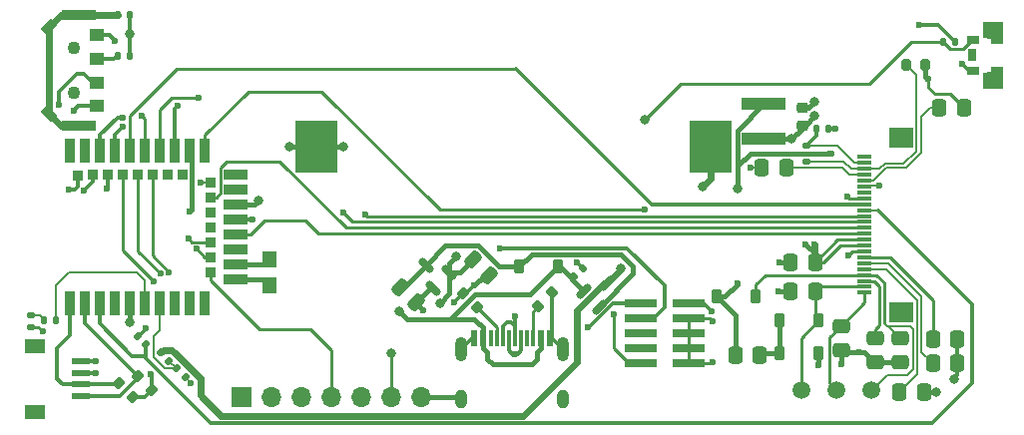
<source format=gbr>
%TF.GenerationSoftware,KiCad,Pcbnew,8.0.9-8.0.9-0~ubuntu22.04.1*%
%TF.CreationDate,2025-08-10T04:03:49+02:00*%
%TF.ProjectId,H-C3-ulp29,482d4333-2d75-46c7-9032-392e6b696361,rev?*%
%TF.SameCoordinates,Original*%
%TF.FileFunction,Copper,L1,Top*%
%TF.FilePolarity,Positive*%
%FSLAX46Y46*%
G04 Gerber Fmt 4.6, Leading zero omitted, Abs format (unit mm)*
G04 Created by KiCad (PCBNEW 8.0.9-8.0.9-0~ubuntu22.04.1) date 2025-08-10 04:03:49*
%MOMM*%
%LPD*%
G01*
G04 APERTURE LIST*
G04 Aperture macros list*
%AMRoundRect*
0 Rectangle with rounded corners*
0 $1 Rounding radius*
0 $2 $3 $4 $5 $6 $7 $8 $9 X,Y pos of 4 corners*
0 Add a 4 corners polygon primitive as box body*
4,1,4,$2,$3,$4,$5,$6,$7,$8,$9,$2,$3,0*
0 Add four circle primitives for the rounded corners*
1,1,$1+$1,$2,$3*
1,1,$1+$1,$4,$5*
1,1,$1+$1,$6,$7*
1,1,$1+$1,$8,$9*
0 Add four rect primitives between the rounded corners*
20,1,$1+$1,$2,$3,$4,$5,0*
20,1,$1+$1,$4,$5,$6,$7,0*
20,1,$1+$1,$6,$7,$8,$9,0*
20,1,$1+$1,$8,$9,$2,$3,0*%
%AMRotRect*
0 Rectangle, with rotation*
0 The origin of the aperture is its center*
0 $1 length*
0 $2 width*
0 $3 Rotation angle, in degrees counterclockwise*
0 Add horizontal line*
21,1,$1,$2,0,0,$3*%
%AMFreePoly0*
4,1,21,0.935355,1.185355,0.950000,1.150000,0.950000,0.250000,0.935355,0.214645,0.900000,0.200000,0.452741,0.200000,0.479746,0.140866,0.500000,0.000000,0.479746,-0.140866,0.450000,-0.206001,0.450000,-0.450000,0.435355,-0.485355,0.400000,-0.500000,-0.900000,-0.500000,-0.935355,-0.485355,-0.950000,-0.450000,-0.950000,1.150000,-0.935355,1.185355,-0.900000,1.200000,0.900000,1.200000,
0.935355,1.185355,0.935355,1.185355,$1*%
%AMFreePoly1*
4,1,21,0.935355,1.185355,0.950000,1.150000,0.950000,-0.450000,0.935355,-0.485355,0.900000,-0.500000,-0.400000,-0.500000,-0.435355,-0.485355,-0.450000,-0.450000,-0.450000,-0.206001,-0.479746,-0.140866,-0.500000,0.000000,-0.479746,0.140866,-0.452741,0.200000,-0.900000,0.200000,-0.935355,0.214645,-0.950000,0.250000,-0.950000,1.150000,-0.935355,1.185355,-0.900000,1.200000,0.900000,1.200000,
0.935355,1.185355,0.935355,1.185355,$1*%
G04 Aperture macros list end*
%TA.AperFunction,ComponentPad*%
%ADD10R,1.700000X1.700000*%
%TD*%
%TA.AperFunction,ComponentPad*%
%ADD11O,1.700000X1.700000*%
%TD*%
%TA.AperFunction,ComponentPad*%
%ADD12C,1.100000*%
%TD*%
%TA.AperFunction,SMDPad,CuDef*%
%ADD13R,1.300000X1.000000*%
%TD*%
%TA.AperFunction,SMDPad,CuDef*%
%ADD14R,3.000000X0.900000*%
%TD*%
%TA.AperFunction,SMDPad,CuDef*%
%ADD15RotRect,1.200000X0.800000X45.000000*%
%TD*%
%TA.AperFunction,SMDPad,CuDef*%
%ADD16RotRect,1.200000X0.800000X135.000000*%
%TD*%
%TA.AperFunction,SMDPad,CuDef*%
%ADD17RoundRect,0.250000X0.475000X-0.337500X0.475000X0.337500X-0.475000X0.337500X-0.475000X-0.337500X0*%
%TD*%
%TA.AperFunction,SMDPad,CuDef*%
%ADD18R,1.550000X0.600000*%
%TD*%
%TA.AperFunction,SMDPad,CuDef*%
%ADD19R,1.800000X1.200000*%
%TD*%
%TA.AperFunction,SMDPad,CuDef*%
%ADD20RoundRect,0.135000X0.135000X0.185000X-0.135000X0.185000X-0.135000X-0.185000X0.135000X-0.185000X0*%
%TD*%
%TA.AperFunction,SMDPad,CuDef*%
%ADD21C,1.500000*%
%TD*%
%TA.AperFunction,SMDPad,CuDef*%
%ADD22RoundRect,0.135000X-0.135000X-0.185000X0.135000X-0.185000X0.135000X0.185000X-0.135000X0.185000X0*%
%TD*%
%TA.AperFunction,SMDPad,CuDef*%
%ADD23R,3.630000X4.500000*%
%TD*%
%TA.AperFunction,SMDPad,CuDef*%
%ADD24RoundRect,0.225000X0.225000X0.375000X-0.225000X0.375000X-0.225000X-0.375000X0.225000X-0.375000X0*%
%TD*%
%TA.AperFunction,SMDPad,CuDef*%
%ADD25RoundRect,0.135000X-0.226274X-0.035355X-0.035355X-0.226274X0.226274X0.035355X0.035355X0.226274X0*%
%TD*%
%TA.AperFunction,SMDPad,CuDef*%
%ADD26R,3.708400X1.092200*%
%TD*%
%TA.AperFunction,SMDPad,CuDef*%
%ADD27R,1.000000X0.800000*%
%TD*%
%TA.AperFunction,SMDPad,CuDef*%
%ADD28R,0.700000X1.100000*%
%TD*%
%TA.AperFunction,ComponentPad*%
%ADD29C,1.000000*%
%TD*%
%TA.AperFunction,SMDPad,CuDef*%
%ADD30FreePoly0,270.000000*%
%TD*%
%TA.AperFunction,SMDPad,CuDef*%
%ADD31FreePoly1,270.000000*%
%TD*%
%TA.AperFunction,SMDPad,CuDef*%
%ADD32RoundRect,0.200000X0.335876X0.053033X0.053033X0.335876X-0.335876X-0.053033X-0.053033X-0.335876X0*%
%TD*%
%TA.AperFunction,SMDPad,CuDef*%
%ADD33RoundRect,0.147500X0.172500X-0.147500X0.172500X0.147500X-0.172500X0.147500X-0.172500X-0.147500X0*%
%TD*%
%TA.AperFunction,SMDPad,CuDef*%
%ADD34RoundRect,0.250000X0.337500X0.475000X-0.337500X0.475000X-0.337500X-0.475000X0.337500X-0.475000X0*%
%TD*%
%TA.AperFunction,SMDPad,CuDef*%
%ADD35RoundRect,0.150000X0.521491X-0.309359X-0.309359X0.521491X-0.521491X0.309359X0.309359X-0.521491X0*%
%TD*%
%TA.AperFunction,SMDPad,CuDef*%
%ADD36RoundRect,0.225000X-0.225000X-0.375000X0.225000X-0.375000X0.225000X0.375000X-0.225000X0.375000X0*%
%TD*%
%TA.AperFunction,SMDPad,CuDef*%
%ADD37RoundRect,0.135000X0.226274X0.035355X0.035355X0.226274X-0.226274X-0.035355X-0.035355X-0.226274X0*%
%TD*%
%TA.AperFunction,SMDPad,CuDef*%
%ADD38RoundRect,0.150000X-0.309359X-0.521491X0.521491X0.309359X0.309359X0.521491X-0.521491X-0.309359X0*%
%TD*%
%TA.AperFunction,SMDPad,CuDef*%
%ADD39R,2.770000X0.650000*%
%TD*%
%TA.AperFunction,SMDPad,CuDef*%
%ADD40RoundRect,0.225000X-0.250000X0.225000X-0.250000X-0.225000X0.250000X-0.225000X0.250000X0.225000X0*%
%TD*%
%TA.AperFunction,SMDPad,CuDef*%
%ADD41RoundRect,0.250000X-0.337500X-0.475000X0.337500X-0.475000X0.337500X0.475000X-0.337500X0.475000X0*%
%TD*%
%TA.AperFunction,SMDPad,CuDef*%
%ADD42R,0.900000X2.000000*%
%TD*%
%TA.AperFunction,SMDPad,CuDef*%
%ADD43R,2.000000X0.900000*%
%TD*%
%TA.AperFunction,SMDPad,CuDef*%
%ADD44R,0.900000X0.900000*%
%TD*%
%TA.AperFunction,SMDPad,CuDef*%
%ADD45RoundRect,0.200000X0.053033X-0.335876X0.335876X-0.053033X-0.053033X0.335876X-0.335876X0.053033X0*%
%TD*%
%TA.AperFunction,SMDPad,CuDef*%
%ADD46R,0.600000X1.450000*%
%TD*%
%TA.AperFunction,SMDPad,CuDef*%
%ADD47R,0.300000X1.450000*%
%TD*%
%TA.AperFunction,ComponentPad*%
%ADD48O,1.000000X2.100000*%
%TD*%
%TA.AperFunction,ComponentPad*%
%ADD49O,1.000000X1.600000*%
%TD*%
%TA.AperFunction,SMDPad,CuDef*%
%ADD50RoundRect,0.250000X0.512652X0.159099X0.159099X0.512652X-0.512652X-0.159099X-0.159099X-0.512652X0*%
%TD*%
%TA.AperFunction,SMDPad,CuDef*%
%ADD51R,1.295400X1.422400*%
%TD*%
%TA.AperFunction,SMDPad,CuDef*%
%ADD52R,1.193800X0.304800*%
%TD*%
%TA.AperFunction,SMDPad,CuDef*%
%ADD53R,2.006600X1.803400*%
%TD*%
%TA.AperFunction,SMDPad,CuDef*%
%ADD54RoundRect,0.200000X-0.200000X-0.275000X0.200000X-0.275000X0.200000X0.275000X-0.200000X0.275000X0*%
%TD*%
%TA.AperFunction,SMDPad,CuDef*%
%ADD55RoundRect,0.135000X-0.035355X0.226274X-0.226274X0.035355X0.035355X-0.226274X0.226274X-0.035355X0*%
%TD*%
%TA.AperFunction,SMDPad,CuDef*%
%ADD56RoundRect,0.112500X-0.237500X0.112500X-0.237500X-0.112500X0.237500X-0.112500X0.237500X0.112500X0*%
%TD*%
%TA.AperFunction,ViaPad*%
%ADD57C,0.600000*%
%TD*%
%TA.AperFunction,ViaPad*%
%ADD58C,0.800000*%
%TD*%
%TA.AperFunction,Conductor*%
%ADD59C,0.250000*%
%TD*%
%TA.AperFunction,Conductor*%
%ADD60C,0.200000*%
%TD*%
%TA.AperFunction,Conductor*%
%ADD61C,0.300000*%
%TD*%
%TA.AperFunction,Conductor*%
%ADD62C,0.400000*%
%TD*%
%TA.AperFunction,Conductor*%
%ADD63C,0.600000*%
%TD*%
G04 APERTURE END LIST*
D10*
%TO.P,J3,1,Pin_1*%
%TO.N,/P1.00*%
X104750000Y-78300000D03*
D11*
%TO.P,J3,2,Pin_2*%
%TO.N,/P0.22*%
X107290000Y-78300000D03*
%TO.P,J3,3,Pin_3*%
%TO.N,/P0.20*%
X109830000Y-78300000D03*
%TO.P,J3,4,Pin_4*%
%TO.N,/P0.26*%
X112370000Y-78300000D03*
%TO.P,J3,5,Pin_5*%
%TO.N,/P0.13*%
X114910000Y-78300000D03*
%TO.P,J3,6,Pin_6*%
%TO.N,+3V3*%
X117450000Y-78300000D03*
%TO.P,J3,7,Pin_7*%
%TO.N,GND*%
X119990000Y-78300000D03*
%TD*%
D12*
%TO.P,SW1,*%
%TO.N,*%
X90478000Y-52515000D03*
X90478000Y-48715000D03*
D13*
%TO.P,SW1,1,1*%
%TO.N,SW1*%
X92428000Y-53615000D03*
%TO.P,SW1,2,2*%
%TO.N,SW2*%
X92428000Y-47615000D03*
D14*
%TO.P,SW1,3,3*%
%TO.N,Net-(R4-Pad2)*%
X90978000Y-55315000D03*
%TO.P,SW1,4,4*%
X90978000Y-45915000D03*
D15*
%TO.P,SW1,5,5*%
X88368000Y-46935000D03*
D16*
%TO.P,SW1,6,6*%
X88368000Y-54295000D03*
D13*
%TO.P,SW1,C,C*%
%TO.N,SW0*%
X92428000Y-51615000D03*
%TO.P,SW1,T,T*%
%TO.N,Net-(R2-Pad2)*%
X92428000Y-49615000D03*
%TD*%
D17*
%TO.P,C14,1*%
%TO.N,GND*%
X160600000Y-75387500D03*
%TO.P,C14,2*%
%TO.N,PREVGH*%
X160600000Y-73312500D03*
%TD*%
D18*
%TO.P,J4,1,1*%
%TO.N,GND*%
X91093315Y-75253000D03*
%TO.P,J4,2,2*%
%TO.N,+3V3*%
X91093315Y-76253000D03*
%TO.P,J4,3,3*%
%TO.N,/SDA*%
X91093315Y-77253000D03*
%TO.P,J4,4,4*%
%TO.N,/SCL*%
X91093315Y-78253000D03*
D19*
%TO.P,J4,5,MT5*%
%TO.N,unconnected-(J4-MT5-Pad5)*%
X87218315Y-73953000D03*
%TO.P,J4,6,MT6*%
%TO.N,unconnected-(J4-MT6-Pad6)*%
X87218315Y-79553000D03*
%TD*%
D20*
%TO.P,R2,1*%
%TO.N,GND*%
X95257000Y-49321000D03*
%TO.P,R2,2*%
%TO.N,Net-(R2-Pad2)*%
X94237000Y-49321000D03*
%TD*%
D21*
%TO.P,TP1,1,1*%
%TO.N,PREVGH*%
X158200000Y-77700000D03*
%TD*%
D22*
%TO.P,R21,1*%
%TO.N,/MCU_RST*%
X164252000Y-48179000D03*
%TO.P,R21,2*%
%TO.N,+3V3*%
X165272000Y-48179000D03*
%TD*%
D23*
%TO.P,BT1,1,+*%
%TO.N,+VBAT*%
X144500608Y-57053221D03*
%TO.P,BT1,2,-*%
%TO.N,GND*%
X111120608Y-57053221D03*
%TD*%
D24*
%TO.P,D2,1,K*%
%TO.N,PREVGH*%
X148350000Y-69800000D03*
%TO.P,D2,2,A*%
%TO.N,Net-(D2-A)*%
X145050000Y-69800000D03*
%TD*%
D25*
%TO.P,R6,1*%
%TO.N,+VBAT*%
X97867000Y-74533000D03*
%TO.P,R6,2*%
%TO.N,Net-(U1-AI0)*%
X98588248Y-75254248D03*
%TD*%
D26*
%TO.P,L3,1,1*%
%TO.N,Net-(D2-A)*%
X149044000Y-53404400D03*
%TO.P,L3,2,2*%
%TO.N,+3V3*%
X149044000Y-56401600D03*
%TD*%
D17*
%TO.P,C8,1*%
%TO.N,GND*%
X155600000Y-74337500D03*
%TO.P,C8,2*%
%TO.N,/VCOM*%
X155600000Y-72262500D03*
%TD*%
D22*
%TO.P,R5,1*%
%TO.N,Net-(D4-A)*%
X87992000Y-71771000D03*
%TO.P,R5,2*%
%TO.N,Net-(U1-P1.13)*%
X89012000Y-71771000D03*
%TD*%
D27*
%TO.P,SW3,1,1*%
%TO.N,GND*%
X166785000Y-50597000D03*
%TO.P,SW3,2,2*%
%TO.N,/MCU_RST*%
X166785000Y-47997000D03*
D28*
%TO.P,SW3,3,3*%
%TO.N,unconnected-(SW3-Pad3)*%
X166745000Y-49297000D03*
D29*
%TO.P,SW3,4,4*%
%TO.N,unconnected-(SW3-Pad4)_1*%
X168115000Y-47397000D03*
D30*
%TO.N,unconnected-(SW3-Pad4)*%
X168115000Y-47397000D03*
D29*
%TO.P,SW3,5,5*%
%TO.N,unconnected-(SW3-Pad5)_1*%
X168115000Y-51197000D03*
D31*
%TO.N,unconnected-(SW3-Pad5)*%
X168115000Y-51197000D03*
%TD*%
D32*
%TO.P,R15,1*%
%TO.N,+3V3*%
X97133363Y-77733363D03*
%TO.P,R15,2*%
%TO.N,/SCL*%
X95966637Y-76566637D03*
%TD*%
D33*
%TO.P,D4,1,K*%
%TO.N,GND*%
X86850000Y-72352500D03*
%TO.P,D4,2,A*%
%TO.N,Net-(D4-A)*%
X86850000Y-71382500D03*
%TD*%
D21*
%TO.P,TP2,1,1*%
%TO.N,/VCOM*%
X155200000Y-77700000D03*
%TD*%
D34*
%TO.P,C11,1*%
%TO.N,GND*%
X162617500Y-77890000D03*
%TO.P,C11,2*%
%TO.N,Net-(C11-Pad2)*%
X160542500Y-77890000D03*
%TD*%
D35*
%TO.P,U2,1,GND*%
%TO.N,GND*%
X121019074Y-69112577D03*
%TO.P,U2,2,VO*%
%TO.N,+3V3*%
X122362577Y-67769074D03*
%TO.P,U2,3,VI*%
%TO.N,+VIN*%
X120365000Y-67115000D03*
%TD*%
D36*
%TO.P,D1,1,K*%
%TO.N,Net-(D1-K)*%
X150395000Y-71800000D03*
%TO.P,D1,2,A*%
%TO.N,Net-(D1-A)*%
X153695000Y-71800000D03*
%TD*%
D34*
%TO.P,C16,1*%
%TO.N,Net-(D1-K)*%
X148712500Y-74750000D03*
%TO.P,C16,2*%
%TO.N,Net-(D2-A)*%
X146637500Y-74750000D03*
%TD*%
D37*
%TO.P,R3,1*%
%TO.N,/EPD_RST*%
X96633624Y-73859624D03*
%TO.P,R3,2*%
%TO.N,+3V3*%
X95912376Y-73138376D03*
%TD*%
D38*
%TO.P,Q2,1,G*%
%TO.N,+VBUS*%
X133766336Y-69311661D03*
%TO.P,Q2,2,S*%
%TO.N,+VIN*%
X135109839Y-70655164D03*
%TO.P,Q2,3,D*%
%TO.N,+VBAT*%
X135763913Y-68657587D03*
%TD*%
D39*
%TO.P,CN1,1,1*%
%TO.N,SWDIO*%
X138641000Y-70374000D03*
%TO.P,CN1,2,2*%
%TO.N,+3V3*%
X142681000Y-70374000D03*
%TO.P,CN1,3,3*%
%TO.N,SWCLK*%
X138641000Y-71644000D03*
%TO.P,CN1,4,4*%
%TO.N,GND*%
X142681000Y-71644000D03*
%TO.P,CN1,5,5*%
%TO.N,unconnected-(CN1-Pad5)*%
X138641000Y-72914000D03*
%TO.P,CN1,6,6*%
%TO.N,GND*%
X142681000Y-72914000D03*
%TO.P,CN1,7,7*%
%TO.N,unconnected-(CN1-Pad7)*%
X138641000Y-74184000D03*
%TO.P,CN1,8,8*%
%TO.N,GND*%
X142681000Y-74184000D03*
%TO.P,CN1,9,9*%
%TO.N,/MCU_RST*%
X138641000Y-75454000D03*
%TO.P,CN1,10,10*%
%TO.N,GND*%
X142681000Y-75454000D03*
%TD*%
D34*
%TO.P,C6,1*%
%TO.N,GND*%
X166025000Y-53750000D03*
%TO.P,C6,2*%
%TO.N,Net-(C6-Pad2)*%
X163950000Y-53750000D03*
%TD*%
D40*
%TO.P,C17,1*%
%TO.N,GND*%
X152280000Y-53730000D03*
%TO.P,C17,2*%
%TO.N,+3V3*%
X152280000Y-55280000D03*
%TD*%
D24*
%TO.P,D3,1,K*%
%TO.N,GND*%
X153695000Y-74600000D03*
%TO.P,D3,2,A*%
%TO.N,Net-(D1-K)*%
X150395000Y-74600000D03*
%TD*%
D41*
%TO.P,C7,1*%
%TO.N,GND*%
X148875000Y-58850000D03*
%TO.P,C7,2*%
%TO.N,Net-(C7-Pad2)*%
X150950000Y-58850000D03*
%TD*%
D25*
%TO.P,R9,1*%
%TO.N,Net-(U1-AI0)*%
X99236000Y-75892000D03*
%TO.P,R9,2*%
%TO.N,GND*%
X99957248Y-76613248D03*
%TD*%
D41*
%TO.P,C9,1*%
%TO.N,GND*%
X151312500Y-66875000D03*
%TO.P,C9,2*%
%TO.N,+3V3*%
X153387500Y-66875000D03*
%TD*%
D36*
%TO.P,D5,1,K*%
%TO.N,+VIN*%
X128268000Y-67253000D03*
%TO.P,D5,2,A*%
%TO.N,+VBUS*%
X131568000Y-67253000D03*
%TD*%
D42*
%TO.P,U1,1,P1.11*%
%TO.N,/SDA*%
X90212000Y-70380000D03*
%TO.P,U1,2,P1.10*%
%TO.N,/SCL*%
X91482000Y-70380000D03*
%TO.P,U1,3,P0.03*%
%TO.N,/EPD_RST*%
X92722000Y-70380000D03*
%TO.P,U1,4,AI4*%
%TO.N,unconnected-(U1-AI4-Pad4)*%
X94022000Y-70380000D03*
%TO.P,U1,5,GND*%
%TO.N,GND*%
X95292000Y-70380000D03*
%TO.P,U1,6,P1.13*%
%TO.N,Net-(U1-P1.13)*%
X96562000Y-70380000D03*
%TO.P,U1,7,AI0*%
%TO.N,Net-(U1-AI0)*%
X97832000Y-70380000D03*
%TO.P,U1,8,AI5*%
%TO.N,unconnected-(U1-AI5-Pad8)*%
X99102000Y-70380000D03*
%TO.P,U1,9,AI7*%
%TO.N,unconnected-(U1-AI7-Pad9)*%
X100372000Y-70380000D03*
%TO.P,U1,10,AI6*%
%TO.N,unconnected-(U1-AI6-Pad10)*%
X101642000Y-70380000D03*
D43*
%TO.P,U1,11,XL1*%
%TO.N,Net-(U1-XL1)*%
X104232000Y-68330000D03*
D44*
%TO.P,U1,12,P0.26*%
%TO.N,/P0.26*%
X102132000Y-67690000D03*
D43*
%TO.P,U1,13,XL2*%
%TO.N,Net-(U1-XL2)*%
X104232000Y-67050000D03*
D44*
%TO.P,U1,14,P0.06*%
%TO.N,/EPD_DC*%
X102132000Y-66420000D03*
D43*
%TO.P,U1,15,AI3*%
%TO.N,unconnected-(U1-AI3-Pad15)*%
X104232000Y-65780000D03*
D44*
%TO.P,U1,16,P0.08*%
%TO.N,/EPD_CS*%
X102132000Y-65150000D03*
D43*
%TO.P,U1,17,P1.09*%
%TO.N,/EPD_MOSI*%
X104232000Y-64510000D03*
D44*
%TO.P,U1,18,AI2*%
%TO.N,unconnected-(U1-AI2-Pad18)*%
X102132000Y-63880000D03*
D43*
%TO.P,U1,19,VCC*%
%TO.N,+3V3*%
X104232000Y-63250000D03*
D44*
%TO.P,U1,20,P12*%
%TO.N,unconnected-(U1-P12-Pad20)*%
X102132000Y-62610000D03*
D43*
%TO.P,U1,21,GND*%
%TO.N,GND*%
X104232000Y-61980000D03*
D44*
%TO.P,U1,22,P0.07*%
%TO.N,/EPD_CLK*%
X102132000Y-61340000D03*
D43*
%TO.P,U1,23,VDH*%
%TO.N,unconnected-(U1-VDH-Pad23)*%
X104232000Y-60710000D03*
D44*
%TO.P,U1,24,GND*%
%TO.N,GND*%
X102132000Y-60070000D03*
D43*
%TO.P,U1,25,DCH*%
%TO.N,unconnected-(U1-DCH-Pad25)*%
X104232000Y-59430000D03*
D42*
%TO.P,U1,26,RST*%
%TO.N,/MCU_RST*%
X101642000Y-57380000D03*
%TO.P,U1,27,VBS*%
%TO.N,+VBUS*%
X100372000Y-57380000D03*
D44*
%TO.P,U1,28,P15*%
%TO.N,unconnected-(U1-P15-Pad28)*%
X99732000Y-59470000D03*
D42*
%TO.P,U1,29,D-*%
%TO.N,/USB_D-*%
X99102000Y-57380000D03*
D44*
%TO.P,U1,30,P17*%
%TO.N,unconnected-(U1-P17-Pad30)*%
X98462000Y-59470000D03*
D42*
%TO.P,U1,31,D+*%
%TO.N,/USB_D+*%
X97832000Y-57380000D03*
D44*
%TO.P,U1,32,P0.20*%
%TO.N,/P0.20*%
X97192000Y-59470000D03*
D42*
%TO.P,U1,33,P0.13*%
%TO.N,/P0.13*%
X96562000Y-57380000D03*
D44*
%TO.P,U1,34,P0.22*%
%TO.N,/P0.22*%
X95922000Y-59470000D03*
D42*
%TO.P,U1,35,P0.24*%
%TO.N,/EPD_BUSY*%
X95292000Y-57380000D03*
D44*
%TO.P,U1,36,P1.00*%
%TO.N,/P1.00*%
X94652000Y-59470000D03*
D42*
%TO.P,U1,37,SWD*%
%TO.N,SWDIO*%
X94022000Y-57380000D03*
D44*
%TO.P,U1,38,P1.02*%
%TO.N,SW2*%
X93382000Y-59470000D03*
D42*
%TO.P,U1,39,SWC*%
%TO.N,SWCLK*%
X92752000Y-57380000D03*
D44*
%TO.P,U1,40,P1.04*%
%TO.N,SW1*%
X92112000Y-59470000D03*
D42*
%TO.P,U1,41,NF1*%
%TO.N,unconnected-(U1-NF1-Pad41)*%
X91482000Y-57380000D03*
D44*
%TO.P,U1,42,P1.06*%
%TO.N,SW0*%
X90842000Y-59480000D03*
D42*
%TO.P,U1,43,NF2*%
%TO.N,unconnected-(U1-NF2-Pad43)*%
X90212000Y-57380000D03*
%TD*%
D45*
%TO.P,R20,1*%
%TO.N,Net-(J1-CC2)*%
X129902274Y-70621726D03*
%TO.P,R20,2*%
%TO.N,GND*%
X131069000Y-69455000D03*
%TD*%
D46*
%TO.P,J1,A1,GND*%
%TO.N,GND*%
X124435000Y-73349000D03*
%TO.P,J1,A4,VBUS*%
%TO.N,+VBUS*%
X125235000Y-73349000D03*
D47*
%TO.P,J1,A5,CC1*%
%TO.N,Net-(J1-CC1)*%
X126435000Y-73349000D03*
%TO.P,J1,A6,D+*%
%TO.N,/USB_D+*%
X127435000Y-73349000D03*
%TO.P,J1,A7,D-*%
%TO.N,/USB_D-*%
X127935000Y-73349000D03*
%TO.P,J1,A8,SBU1*%
%TO.N,unconnected-(J1-SBU1-PadA8)*%
X128935000Y-73349000D03*
D46*
%TO.P,J1,A9,VBUS*%
%TO.N,+VBUS*%
X130135000Y-73349000D03*
%TO.P,J1,A12,GND*%
%TO.N,GND*%
X130935000Y-73349000D03*
%TO.P,J1,B1,GND*%
X130935000Y-73349000D03*
%TO.P,J1,B4,VBUS*%
%TO.N,+VBUS*%
X130135000Y-73349000D03*
D47*
%TO.P,J1,B5,CC2*%
%TO.N,Net-(J1-CC2)*%
X129435000Y-73349000D03*
%TO.P,J1,B6,D+*%
%TO.N,/USB_D+*%
X128435000Y-73349000D03*
%TO.P,J1,B7,D-*%
%TO.N,/USB_D-*%
X126935000Y-73349000D03*
%TO.P,J1,B8,SBU2*%
%TO.N,unconnected-(J1-SBU2-PadB8)*%
X125935000Y-73349000D03*
D46*
%TO.P,J1,B9,VBUS*%
%TO.N,+VBUS*%
X125235000Y-73349000D03*
%TO.P,J1,B12,GND*%
%TO.N,GND*%
X124435000Y-73349000D03*
D48*
%TO.P,J1,S1,SHIELD*%
X123365000Y-74264000D03*
D49*
X123365000Y-78444000D03*
D48*
X132005000Y-74264000D03*
D49*
X132005000Y-78444000D03*
%TD*%
D50*
%TO.P,C2,1*%
%TO.N,GND*%
X125756751Y-67941751D03*
%TO.P,C2,2*%
%TO.N,+3V3*%
X124413249Y-66598249D03*
%TD*%
D34*
%TO.P,C10,1*%
%TO.N,GND*%
X165486000Y-73397000D03*
%TO.P,C10,2*%
%TO.N,Net-(C10-Pad2)*%
X163411000Y-73397000D03*
%TD*%
D51*
%TO.P,Y2,1,1*%
%TO.N,Net-(U1-XL2)*%
X107125000Y-66611800D03*
%TO.P,Y2,2,2*%
%TO.N,Net-(U1-XL1)*%
X107125000Y-68796200D03*
%TD*%
D50*
%TO.P,C1,1*%
%TO.N,GND*%
X119528751Y-70308751D03*
%TO.P,C1,2*%
%TO.N,+VIN*%
X118185249Y-68965249D03*
%TD*%
D32*
%TO.P,R14,1*%
%TO.N,+3V3*%
X95515000Y-78331000D03*
%TO.P,R14,2*%
%TO.N,/SDA*%
X94348274Y-77164274D03*
%TD*%
D52*
%TO.P,J2,1,1*%
%TO.N,/VCOM*%
X157554400Y-69450001D03*
%TO.P,J2,2,2*%
%TO.N,Net-(D1-A)*%
X157554400Y-68950000D03*
%TO.P,J2,3,3*%
%TO.N,Net-(C13-Pad2)*%
X157554400Y-68450001D03*
%TO.P,J2,4,4*%
%TO.N,PREVGH*%
X157554400Y-67949999D03*
%TO.P,J2,5,5*%
%TO.N,Net-(C11-Pad2)*%
X157554400Y-67450000D03*
%TO.P,J2,6,6*%
%TO.N,Net-(C12-Pad2)*%
X157554400Y-66950001D03*
%TO.P,J2,7,7*%
%TO.N,Net-(C10-Pad2)*%
X157554400Y-66450000D03*
%TO.P,J2,8,8*%
%TO.N,GND*%
X157554400Y-65950001D03*
%TO.P,J2,9,9*%
%TO.N,+3V3*%
X157554400Y-65449999D03*
%TO.P,J2,10,10*%
X157554400Y-64950000D03*
%TO.P,J2,11,11*%
%TO.N,/EPD_MOSI*%
X157554400Y-64450001D03*
%TO.P,J2,12,12*%
%TO.N,/EPD_CLK*%
X157554400Y-63950000D03*
%TO.P,J2,13,13*%
%TO.N,/EPD_CS*%
X157554400Y-63450000D03*
%TO.P,J2,14,14*%
%TO.N,/EPD_DC*%
X157554400Y-62949999D03*
%TO.P,J2,15,15*%
%TO.N,/EPD_RST*%
X157554400Y-62450000D03*
%TO.P,J2,16,16*%
%TO.N,/EPD_BUSY*%
X157554400Y-61950001D03*
%TO.P,J2,17,17*%
%TO.N,GND*%
X157554400Y-61449999D03*
%TO.P,J2,18,18*%
%TO.N,unconnected-(J2-Pad18)*%
X157554400Y-60950000D03*
%TO.P,J2,19,19*%
%TO.N,unconnected-(J2-Pad19)*%
X157554400Y-60449999D03*
%TO.P,J2,20,20*%
%TO.N,Net-(C6-Pad2)*%
X157554400Y-59950000D03*
%TO.P,J2,21,21*%
%TO.N,Net-(C7-Pad2)*%
X157554400Y-59450001D03*
%TO.P,J2,22,22*%
%TO.N,Net-(Q1-S)*%
X157554400Y-58949999D03*
%TO.P,J2,23,23*%
%TO.N,Net-(Q1-G)*%
X157554400Y-58450000D03*
%TO.P,J2,24,24*%
%TO.N,unconnected-(J2-Pad24)*%
X157554400Y-57950001D03*
D53*
%TO.P,J2,25*%
%TO.N,N/C*%
X160704399Y-71100000D03*
%TO.P,J2,26*%
X160704399Y-56300000D03*
%TD*%
D22*
%TO.P,R7,1*%
%TO.N,Net-(Q1-G)*%
X153519000Y-55500000D03*
%TO.P,R7,2*%
%TO.N,GND*%
X154539000Y-55500000D03*
%TD*%
D54*
%TO.P,R8,1*%
%TO.N,Net-(Q1-S)*%
X161100000Y-50150000D03*
%TO.P,R8,2*%
%TO.N,GND*%
X162750000Y-50150000D03*
%TD*%
D41*
%TO.P,C15,1*%
%TO.N,GND*%
X151312500Y-69350000D03*
%TO.P,C15,2*%
%TO.N,Net-(D1-A)*%
X153387500Y-69350000D03*
%TD*%
D32*
%TO.P,R1,1*%
%TO.N,Net-(J1-CC1)*%
X124685363Y-70657363D03*
%TO.P,R1,2*%
%TO.N,GND*%
X123518637Y-69490637D03*
%TD*%
D55*
%TO.P,R10,1*%
%TO.N,GND*%
X133666624Y-67367376D03*
%TO.P,R10,2*%
%TO.N,+VBUS*%
X132945376Y-68088624D03*
%TD*%
D20*
%TO.P,R4,1*%
%TO.N,GND*%
X95257000Y-45909000D03*
%TO.P,R4,2*%
%TO.N,Net-(R4-Pad2)*%
X94237000Y-45909000D03*
%TD*%
D21*
%TO.P,TP3,1,1*%
%TO.N,Net-(D1-A)*%
X152200000Y-77700000D03*
%TD*%
D56*
%TO.P,Q1,1,G*%
%TO.N,Net-(Q1-G)*%
X152650000Y-57000000D03*
%TO.P,Q1,2,S*%
%TO.N,Net-(Q1-S)*%
X152650000Y-58300000D03*
%TO.P,Q1,3,D*%
%TO.N,Net-(D2-A)*%
X154650000Y-57650000D03*
%TD*%
D34*
%TO.P,C12,1*%
%TO.N,GND*%
X165486000Y-75472000D03*
%TO.P,C12,2*%
%TO.N,Net-(C12-Pad2)*%
X163411000Y-75472000D03*
%TD*%
D17*
%TO.P,C13,1*%
%TO.N,GND*%
X158500000Y-75387500D03*
%TO.P,C13,2*%
%TO.N,Net-(C13-Pad2)*%
X158500000Y-73312500D03*
%TD*%
D57*
%TO.N,/P0.13*%
X96250000Y-54400000D03*
%TO.N,/P0.20*%
X98600000Y-67700000D03*
%TO.N,/P0.22*%
X97850000Y-67850000D03*
%TO.N,/P1.00*%
X97278226Y-68478951D03*
D58*
%TO.N,+3V3*%
X117450000Y-74600000D03*
%TO.N,GND*%
X113411000Y-57025000D03*
X165154000Y-76799000D03*
D57*
X147900000Y-58850000D03*
X124487000Y-68824000D03*
X144735000Y-75348000D03*
D58*
X106218000Y-61610000D03*
X163684000Y-77888000D03*
D57*
X155600000Y-75500000D03*
D58*
X108827000Y-57055000D03*
D57*
X122762000Y-70250000D03*
D58*
X153322000Y-53231000D03*
D57*
X156250000Y-66250000D03*
X156100000Y-61300000D03*
X162975000Y-51325000D03*
X120181000Y-70934000D03*
X150300000Y-69350000D03*
X150350000Y-66875000D03*
X157125000Y-74500000D03*
X92400000Y-75250000D03*
X101282000Y-60094000D03*
X155150000Y-55502000D03*
X133182000Y-66893000D03*
X87850000Y-72700000D03*
X144690000Y-71910000D03*
X165832000Y-50000000D03*
D58*
X95273000Y-47470000D03*
D57*
X153680000Y-75600000D03*
X100436000Y-77102000D03*
D58*
X95283000Y-71958000D03*
%TO.N,+VBAT*%
X136931959Y-67403041D03*
X143831000Y-60448000D03*
D57*
%TO.N,Net-(D2-A)*%
X146800000Y-68700000D03*
D58*
X146845000Y-60655000D03*
D57*
%TO.N,/USB_D+*%
X127919685Y-74683314D03*
X101135000Y-52904000D03*
%TO.N,/USB_D-*%
X99282000Y-53631000D03*
X127949000Y-71485000D03*
%TO.N,+3V3*%
X105706000Y-63247000D03*
X162260000Y-46756000D03*
D58*
X153351000Y-54472000D03*
D57*
X153375000Y-65375000D03*
D58*
X121563000Y-70323000D03*
D57*
X144615000Y-71065000D03*
D58*
X122966000Y-66342000D03*
X151401400Y-56398600D03*
D57*
X97030025Y-76369975D03*
X92400000Y-76250000D03*
X96589000Y-72473000D03*
X152600000Y-65375000D03*
%TO.N,/EPD_CS*%
X100226000Y-64882769D03*
X113400000Y-62689000D03*
%TO.N,unconnected-(J2-Pad19)*%
X158850000Y-60350000D03*
%TO.N,SW2*%
X93325000Y-60655000D03*
X94016000Y-48048000D03*
%TO.N,/MCU_RST*%
X136313000Y-71309000D03*
X138923000Y-62363000D03*
D58*
X138930000Y-54755000D03*
D57*
%TO.N,SW1*%
X90528000Y-53977000D03*
X91353025Y-60792975D03*
%TO.N,/EPD_DC*%
X115195000Y-62855000D03*
X100901000Y-65733000D03*
%TO.N,SWDIO*%
X94675000Y-55375000D03*
X134088000Y-72416000D03*
%TO.N,SWCLK*%
X94675000Y-54595711D03*
X126662000Y-65680000D03*
D58*
%TO.N,+VBUS*%
X118080000Y-70998000D03*
D57*
X100365000Y-62532000D03*
%TO.N,SW0*%
X90060000Y-60673000D03*
X89278000Y-53510000D03*
%TD*%
D59*
%TO.N,GND*%
X86850000Y-72352500D02*
X87502500Y-72352500D01*
X87502500Y-72352500D02*
X87850000Y-72700000D01*
D60*
%TO.N,Net-(D4-A)*%
X87603500Y-71382500D02*
X86850000Y-71382500D01*
D61*
%TO.N,SW1*%
X92112000Y-60034000D02*
X91353025Y-60792975D01*
X92112000Y-59470000D02*
X92112000Y-60034000D01*
%TO.N,SW2*%
X93382000Y-60598000D02*
X93325000Y-60655000D01*
%TO.N,SWDIO*%
X94022000Y-56028000D02*
X94675000Y-55375000D01*
D59*
%TO.N,/P0.13*%
X96562000Y-57380000D02*
X96562000Y-54712000D01*
D61*
%TO.N,SWCLK*%
X92752000Y-56080000D02*
X94236289Y-54595711D01*
X92752000Y-57380000D02*
X92752000Y-56080000D01*
%TO.N,SW2*%
X93382000Y-59470000D02*
X93382000Y-60598000D01*
%TO.N,SWCLK*%
X94236289Y-54595711D02*
X94675000Y-54595711D01*
D59*
%TO.N,/P0.13*%
X96562000Y-54712000D02*
X96250000Y-54400000D01*
D61*
%TO.N,SWDIO*%
X94022000Y-57380000D02*
X94022000Y-56028000D01*
D59*
%TO.N,/P0.20*%
X97192000Y-59470000D02*
X97192000Y-66292000D01*
X97192000Y-66292000D02*
X98600000Y-67700000D01*
%TO.N,/P1.00*%
X94652000Y-65852725D02*
X97278226Y-68478951D01*
X94652000Y-59470000D02*
X94652000Y-65852725D01*
%TO.N,/P0.22*%
X95922000Y-59470000D02*
X95922000Y-65922000D01*
X95922000Y-65922000D02*
X97850000Y-67850000D01*
%TO.N,+3V3*%
X117450000Y-78300000D02*
X117450000Y-74600000D01*
D62*
%TO.N,GND*%
X119990000Y-78300000D02*
X123221000Y-78300000D01*
X123221000Y-78300000D02*
X123365000Y-78444000D01*
D59*
%TO.N,/P0.26*%
X102132000Y-67690000D02*
X102132000Y-68390000D01*
X112370000Y-74370000D02*
X112370000Y-78300000D01*
X102132000Y-68390000D02*
X106292000Y-72550000D01*
X106292000Y-72550000D02*
X110550000Y-72550000D01*
X110550000Y-72550000D02*
X112370000Y-74370000D01*
D63*
%TO.N,+VBAT*%
X128597000Y-79900000D02*
X103000000Y-79900000D01*
X98850000Y-74306726D02*
X98093274Y-74306726D01*
X101250000Y-78150000D02*
X101250000Y-76706726D01*
X135763913Y-68657587D02*
X135763913Y-68672087D01*
X135763913Y-68672087D02*
X135466570Y-68672087D01*
X135466570Y-68672087D02*
X133184000Y-70954657D01*
X133184000Y-75313000D02*
X128597000Y-79900000D01*
X133184000Y-70954657D02*
X133184000Y-75313000D01*
X103000000Y-79900000D02*
X101250000Y-78150000D01*
X101250000Y-76706726D02*
X98850000Y-74306726D01*
D62*
%TO.N,GND*%
X111120608Y-57053221D02*
X108828779Y-57053221D01*
D59*
X142681000Y-74184000D02*
X142681000Y-75454000D01*
X166025000Y-53750000D02*
X165780000Y-53750000D01*
D62*
X121019074Y-69112577D02*
X120724925Y-69112577D01*
D60*
X101306000Y-60070000D02*
X101282000Y-60094000D01*
D62*
X119528751Y-70308751D02*
X119555751Y-70308751D01*
D59*
X144424000Y-71644000D02*
X144690000Y-71910000D01*
D62*
X157137500Y-74512500D02*
X157125000Y-74500000D01*
D59*
X142681000Y-72914000D02*
X142681000Y-74184000D01*
D61*
X165486000Y-75472000D02*
X165486000Y-76467000D01*
D62*
X162750000Y-50150000D02*
X162750000Y-51100000D01*
X157125000Y-74500000D02*
X157612500Y-74500000D01*
D61*
X131069000Y-69455000D02*
X131069000Y-73215000D01*
X165486000Y-73397000D02*
X165486000Y-75472000D01*
D59*
X144629000Y-75454000D02*
X144735000Y-75348000D01*
D61*
X155148000Y-55500000D02*
X155150000Y-55502000D01*
D59*
X142681000Y-75454000D02*
X144629000Y-75454000D01*
D60*
X148875000Y-58850000D02*
X147900000Y-58850000D01*
D61*
X133666624Y-67367376D02*
X133656376Y-67367376D01*
D62*
X151312500Y-69350000D02*
X150300000Y-69350000D01*
D61*
X166785000Y-50597000D02*
X166429000Y-50597000D01*
D62*
X95292000Y-71949000D02*
X95283000Y-71958000D01*
D59*
X142681000Y-71644000D02*
X142681000Y-72914000D01*
X156249999Y-61449999D02*
X156100000Y-61300000D01*
D62*
X162750000Y-51100000D02*
X162975000Y-51325000D01*
D59*
X157554400Y-65950001D02*
X156549999Y-65950001D01*
D60*
X99957248Y-76613248D02*
X99957248Y-76623248D01*
D62*
X125756751Y-67941751D02*
X125369249Y-67941751D01*
D59*
X157554400Y-61449999D02*
X156249999Y-61449999D01*
D62*
X155762500Y-74500000D02*
X155600000Y-74337500D01*
D61*
X131069000Y-73215000D02*
X130935000Y-73349000D01*
D59*
X162975000Y-52025000D02*
X162975000Y-51325000D01*
X142681000Y-71644000D02*
X144424000Y-71644000D01*
D61*
X165486000Y-76467000D02*
X165154000Y-76799000D01*
X166429000Y-50597000D02*
X165832000Y-50000000D01*
D60*
X102132000Y-60070000D02*
X101306000Y-60070000D01*
D61*
X130935000Y-73349000D02*
X131090000Y-73349000D01*
D62*
X104232000Y-61980000D02*
X105848000Y-61980000D01*
X151312500Y-66875000D02*
X150350000Y-66875000D01*
D61*
X95257000Y-49321000D02*
X95257000Y-47486000D01*
D62*
X105848000Y-61980000D02*
X106218000Y-61610000D01*
D61*
X95257000Y-47454000D02*
X95273000Y-47470000D01*
D62*
X119555751Y-70308751D02*
X120181000Y-70934000D01*
D59*
X164885000Y-52610000D02*
X163560000Y-52610000D01*
D62*
X157612500Y-74500000D02*
X158500000Y-75387500D01*
X155337500Y-74600000D02*
X155600000Y-74337500D01*
D61*
X123518637Y-69490637D02*
X123820363Y-69490637D01*
X133656376Y-67367376D02*
X133182000Y-66893000D01*
D62*
X152823000Y-53730000D02*
X153322000Y-53231000D01*
D61*
X123518637Y-69493363D02*
X122762000Y-70250000D01*
X95257000Y-45909000D02*
X95257000Y-47454000D01*
D59*
X156549999Y-65950001D02*
X156250000Y-66250000D01*
D62*
X125369249Y-67941751D02*
X124487000Y-68824000D01*
X95292000Y-70380000D02*
X95292000Y-71949000D01*
X157125000Y-74500000D02*
X155762500Y-74500000D01*
D59*
X163560000Y-52610000D02*
X162975000Y-52025000D01*
D61*
X150295000Y-66820000D02*
X150350000Y-66875000D01*
D62*
X158500000Y-75387500D02*
X160600000Y-75387500D01*
X153695000Y-75585000D02*
X153680000Y-75600000D01*
X121019074Y-69112577D02*
X121024577Y-69112577D01*
X113382779Y-57053221D02*
X113411000Y-57025000D01*
X108828779Y-57053221D02*
X108827000Y-57055000D01*
D61*
X124435000Y-73349000D02*
X124280000Y-73349000D01*
X154539000Y-55500000D02*
X155148000Y-55500000D01*
D62*
X152280000Y-53730000D02*
X152823000Y-53730000D01*
X155600000Y-74337500D02*
X155600000Y-75500000D01*
D60*
X99957248Y-76623248D02*
X100436000Y-77102000D01*
D61*
X123518637Y-69490637D02*
X123518637Y-69493363D01*
D59*
X166025000Y-53750000D02*
X164885000Y-52610000D01*
D61*
X131090000Y-73349000D02*
X132005000Y-74264000D01*
D62*
X111120608Y-57053221D02*
X113382779Y-57053221D01*
X163682000Y-77890000D02*
X163684000Y-77888000D01*
X162617500Y-77890000D02*
X163682000Y-77890000D01*
D61*
X92397000Y-75253000D02*
X92400000Y-75250000D01*
X95257000Y-47486000D02*
X95273000Y-47470000D01*
D62*
X120724925Y-69112577D02*
X119528751Y-70308751D01*
D61*
X123820363Y-69490637D02*
X124487000Y-68824000D01*
D62*
X153695000Y-74600000D02*
X153704443Y-74609443D01*
D61*
X91093315Y-75253000D02*
X92397000Y-75253000D01*
X124280000Y-73349000D02*
X123365000Y-74264000D01*
D62*
X153695000Y-74600000D02*
X153695000Y-75585000D01*
D63*
%TO.N,+VBAT*%
X144500608Y-59778392D02*
X143831000Y-60448000D01*
X144500608Y-57053221D02*
X144500608Y-59778392D01*
X136931959Y-67489541D02*
X136931959Y-67403041D01*
X98093274Y-74306726D02*
X97867000Y-74533000D01*
X135763913Y-68657587D02*
X136931959Y-67489541D01*
D60*
%TO.N,Net-(C6-Pad2)*%
X159451300Y-58850000D02*
X161150000Y-58850000D01*
X158351300Y-59950000D02*
X159451300Y-58850000D01*
X161150000Y-58850000D02*
X162400000Y-57600000D01*
X163150000Y-53750000D02*
X163950000Y-53750000D01*
X157554400Y-59950000D02*
X158351300Y-59950000D01*
X162400000Y-54500000D02*
X163150000Y-53750000D01*
X162400000Y-57600000D02*
X162400000Y-54500000D01*
%TO.N,Net-(C7-Pad2)*%
X156300001Y-59450001D02*
X157554400Y-59450001D01*
X150950000Y-58850000D02*
X155700000Y-58850000D01*
X155700000Y-58850000D02*
X156300001Y-59450001D01*
D59*
%TO.N,/VCOM*%
X157554400Y-69450001D02*
X157554400Y-70308100D01*
X155600000Y-72262500D02*
X154600000Y-73262500D01*
X154600000Y-73262500D02*
X154600000Y-77100000D01*
X154600000Y-77100000D02*
X155200000Y-77700000D01*
X157554400Y-70308100D02*
X155600000Y-72262500D01*
%TO.N,Net-(C10-Pad2)*%
X163411000Y-70111000D02*
X163411000Y-73397000D01*
X157554400Y-66450000D02*
X159750000Y-66450000D01*
X159750000Y-66450000D02*
X163411000Y-70111000D01*
D60*
%TO.N,Net-(C11-Pad2)*%
X162060000Y-70100000D02*
X162060000Y-76372500D01*
X162060000Y-76372500D02*
X160542500Y-77890000D01*
X159410000Y-67450000D02*
X157554400Y-67450000D01*
X162060000Y-70100000D02*
X159410000Y-67450000D01*
%TO.N,Net-(C12-Pad2)*%
X159585001Y-66950001D02*
X162435000Y-69800000D01*
X162435000Y-69800000D02*
X162435000Y-74496000D01*
X162435000Y-74496000D02*
X163411000Y-75472000D01*
X157554400Y-66950001D02*
X159585001Y-66950001D01*
D59*
%TO.N,Net-(C13-Pad2)*%
X158401300Y-68450001D02*
X158825000Y-68873701D01*
X158825000Y-72225000D02*
X158500000Y-72550000D01*
X158825000Y-68873701D02*
X158825000Y-72225000D01*
X158500000Y-72550000D02*
X158500000Y-73312500D01*
X157554400Y-68450001D02*
X158401300Y-68450001D01*
D60*
%TO.N,PREVGH*%
X159499399Y-72300000D02*
X159587500Y-72300000D01*
D59*
X149150001Y-67949999D02*
X148350000Y-68750000D01*
X157554400Y-67949999D02*
X158574999Y-67949999D01*
D60*
X161450000Y-72300000D02*
X161710000Y-72560000D01*
X161710000Y-75940000D02*
X161190000Y-76460000D01*
X161190000Y-76460000D02*
X159550000Y-76460000D01*
D59*
X158574999Y-67949999D02*
X159225000Y-68600000D01*
D60*
X161710000Y-72560000D02*
X161710000Y-75940000D01*
X159587500Y-72300000D02*
X160600000Y-73312500D01*
D59*
X148350000Y-68750000D02*
X148350000Y-69800000D01*
D60*
X159225000Y-72025601D02*
X159499399Y-72300000D01*
X159550000Y-76460000D02*
X158200000Y-77810000D01*
D59*
X159225000Y-68600000D02*
X159225000Y-72025601D01*
X157554400Y-67949999D02*
X149150001Y-67949999D01*
D60*
X159499399Y-72300000D02*
X161450000Y-72300000D01*
D59*
%TO.N,Net-(D1-A)*%
X152200000Y-73295000D02*
X152200000Y-77700000D01*
X153787500Y-68950000D02*
X157554400Y-68950000D01*
X153387500Y-69350000D02*
X153387500Y-71492500D01*
X153695000Y-71800000D02*
X152200000Y-73295000D01*
X153387500Y-71492500D02*
X153695000Y-71800000D01*
D62*
%TO.N,Net-(D1-K)*%
X150395000Y-71800000D02*
X150395000Y-74600000D01*
X150270000Y-74475000D02*
X150395000Y-74600000D01*
X150395000Y-74600000D02*
X148862500Y-74600000D01*
X148862500Y-74600000D02*
X148712500Y-74750000D01*
%TO.N,Net-(D2-A)*%
X145725000Y-69800000D02*
X146800000Y-68725000D01*
X146637500Y-71387500D02*
X146637500Y-74750000D01*
X146782000Y-58636000D02*
X146782000Y-55666400D01*
X146845000Y-58699000D02*
X146782000Y-58636000D01*
X146782000Y-55666400D02*
X149044000Y-53404400D01*
D60*
X146800000Y-68725000D02*
X146800000Y-68700000D01*
D62*
X147894000Y-57650000D02*
X146845000Y-58699000D01*
X146845000Y-58699000D02*
X146845000Y-60655000D01*
X145050000Y-69800000D02*
X146637500Y-71387500D01*
X154650000Y-57650000D02*
X147894000Y-57650000D01*
X145725000Y-69800000D02*
X145050000Y-69800000D01*
D59*
%TO.N,Net-(J1-CC1)*%
X126435000Y-73349000D02*
X126435000Y-72407000D01*
X126435000Y-72407000D02*
X124685363Y-70657363D01*
%TO.N,/USB_D+*%
X128125686Y-74683314D02*
X127919685Y-74683314D01*
D61*
X127435000Y-73349000D02*
X127435000Y-74374000D01*
X127705000Y-74644000D02*
X128165000Y-74644000D01*
D59*
X98834000Y-52904000D02*
X97832000Y-53906000D01*
X101135000Y-52904000D02*
X98834000Y-52904000D01*
X128435000Y-74374000D02*
X128125686Y-74683314D01*
D61*
X128165000Y-74644000D02*
X128435000Y-74374000D01*
X128435000Y-74374000D02*
X128435000Y-73349000D01*
D59*
X97832000Y-53906000D02*
X97832000Y-57380000D01*
D61*
X127435000Y-74374000D02*
X127705000Y-74644000D01*
%TO.N,/USB_D-*%
X127935000Y-71499000D02*
X127949000Y-71485000D01*
X127275000Y-71964000D02*
X127575000Y-71964000D01*
X126935000Y-73349000D02*
X126935000Y-72304000D01*
X99102000Y-53811000D02*
X99282000Y-53631000D01*
X126935000Y-72304000D02*
X127275000Y-71964000D01*
X127935000Y-72324000D02*
X127935000Y-71499000D01*
X127575000Y-71964000D02*
X127605000Y-71994000D01*
X127605000Y-71994000D02*
X127935000Y-72324000D01*
X127935000Y-72324000D02*
X127935000Y-73349000D01*
X99102000Y-57380000D02*
X99102000Y-53811000D01*
%TO.N,+3V3*%
X95515000Y-78331000D02*
X96535726Y-78331000D01*
X92397000Y-76253000D02*
X92400000Y-76250000D01*
D62*
X152543000Y-55280000D02*
X153351000Y-54472000D01*
X122362577Y-67769074D02*
X122362577Y-69523423D01*
X122362577Y-66945423D02*
X122966000Y-66342000D01*
D61*
X91093315Y-76253000D02*
X92397000Y-76253000D01*
X163849000Y-46756000D02*
X162260000Y-46756000D01*
D62*
X122362577Y-67769074D02*
X122362577Y-66945423D01*
D59*
X95923624Y-73138376D02*
X96589000Y-72473000D01*
X142681000Y-70374000D02*
X143924000Y-70374000D01*
D62*
X152280000Y-55280000D02*
X152543000Y-55280000D01*
D59*
X155550001Y-65449999D02*
X154125000Y-66875000D01*
D61*
X165272000Y-48179000D02*
X163849000Y-46756000D01*
D62*
X152280000Y-55520000D02*
X151401400Y-56398600D01*
X153387500Y-66875000D02*
X153387500Y-65387500D01*
X153387500Y-66875000D02*
X153525000Y-66875000D01*
D59*
X157554400Y-64950000D02*
X155312500Y-64950000D01*
D61*
X96535726Y-78331000D02*
X97133363Y-77733363D01*
D59*
X155312500Y-64950000D02*
X153387500Y-66875000D01*
D62*
X122362577Y-67769074D02*
X123242424Y-67769074D01*
X122362577Y-69523423D02*
X121563000Y-70323000D01*
D61*
X97133363Y-77733363D02*
X97133363Y-76473313D01*
X105703000Y-63250000D02*
X105706000Y-63247000D01*
D62*
X152280000Y-55280000D02*
X152280000Y-55520000D01*
D59*
X95912376Y-73138376D02*
X95923624Y-73138376D01*
D62*
X148500000Y-56398600D02*
X151401400Y-56398600D01*
D61*
X97133363Y-76473313D02*
X97030025Y-76369975D01*
X104232000Y-63250000D02*
X105703000Y-63250000D01*
D59*
X154125000Y-66875000D02*
X153387500Y-66875000D01*
D62*
X123242424Y-67769074D02*
X124413249Y-66598249D01*
X153387500Y-66162500D02*
X152600000Y-65375000D01*
X153387500Y-65387500D02*
X153375000Y-65375000D01*
D59*
X143924000Y-70374000D02*
X144615000Y-71065000D01*
X157554400Y-65449999D02*
X155550001Y-65449999D01*
D62*
X153387500Y-66875000D02*
X153387500Y-66162500D01*
D59*
%TO.N,/EPD_CLK*%
X157554400Y-63950000D02*
X113610000Y-63950000D01*
X102957000Y-58804500D02*
X102957000Y-60997000D01*
X102614000Y-61340000D02*
X102132000Y-61340000D01*
X102957000Y-60997000D02*
X102614000Y-61340000D01*
X107956500Y-58296500D02*
X103465000Y-58296500D01*
X103465000Y-58296500D02*
X102957000Y-58804500D01*
X113610000Y-63950000D02*
X107956500Y-58296500D01*
%TO.N,/EPD_CS*%
X114161000Y-63450000D02*
X113400000Y-62689000D01*
X102132000Y-65150000D02*
X100493231Y-65150000D01*
X100493231Y-65150000D02*
X100226000Y-64882769D01*
X157554400Y-63450000D02*
X114161000Y-63450000D01*
D60*
%TO.N,/EPD_RST*%
X157554400Y-62450000D02*
X158750000Y-62450000D01*
D61*
X166700000Y-77150000D02*
X166700000Y-70400000D01*
X96633624Y-74983624D02*
X102150000Y-80500000D01*
X95459938Y-74809938D02*
X96633624Y-74809938D01*
X92722000Y-72072000D02*
X95459938Y-74809938D01*
X96633624Y-74809938D02*
X96633624Y-74983624D01*
X166700000Y-70400000D02*
X158750000Y-62450000D01*
X163350000Y-80500000D02*
X166700000Y-77150000D01*
X102150000Y-80500000D02*
X163350000Y-80500000D01*
X92722000Y-70380000D02*
X92722000Y-72072000D01*
X96633624Y-73859624D02*
X96633624Y-74809938D01*
D59*
%TO.N,/EPD_BUSY*%
X95292000Y-54410000D02*
X95292000Y-57380000D01*
X99203000Y-50499000D02*
X95292000Y-54410000D01*
X99203000Y-50499000D02*
X128048950Y-50499000D01*
D61*
X139499951Y-61950001D02*
X128048950Y-50499000D01*
X157554400Y-61950001D02*
X139499951Y-61950001D01*
D60*
%TO.N,unconnected-(J2-Pad19)*%
X157554400Y-60349999D02*
X158850000Y-60350000D01*
%TO.N,Net-(Q1-S)*%
X161957699Y-57451700D02*
X160909399Y-58500000D01*
X161100000Y-50150000D02*
X161957699Y-51007699D01*
X161957699Y-51007699D02*
X161957699Y-57451700D01*
X160909399Y-58500000D02*
X159306326Y-58500000D01*
X152650000Y-58300000D02*
X155800000Y-58300000D01*
X156449999Y-58949999D02*
X157554400Y-58949999D01*
X155800000Y-58300000D02*
X156449999Y-58949999D01*
X159306326Y-58500000D02*
X158856327Y-58949999D01*
X158856327Y-58949999D02*
X157554400Y-58949999D01*
D61*
%TO.N,Net-(Q1-G)*%
X152650000Y-57000000D02*
X153490000Y-56160000D01*
D60*
X156700000Y-58450000D02*
X157554400Y-58450000D01*
D61*
X153490000Y-56160000D02*
X153490000Y-55550000D01*
D60*
X152650000Y-57000000D02*
X155250000Y-57000000D01*
X155250000Y-57000000D02*
X156700000Y-58450000D01*
D61*
%TO.N,SW2*%
X92428000Y-47615000D02*
X93583000Y-47615000D01*
X93583000Y-47615000D02*
X94016000Y-48048000D01*
%TO.N,/SDA*%
X89100000Y-74150000D02*
X89100000Y-76800000D01*
X94259548Y-77253000D02*
X94348274Y-77164274D01*
X90212000Y-73038000D02*
X89100000Y-74150000D01*
X89553000Y-77253000D02*
X91093315Y-77253000D01*
X89100000Y-76800000D02*
X89553000Y-77253000D01*
X91093315Y-77253000D02*
X94259548Y-77253000D01*
X90212000Y-70380000D02*
X90212000Y-73038000D01*
%TO.N,/SCL*%
X95966637Y-76733363D02*
X95966637Y-76566637D01*
X91482000Y-72082000D02*
X95966637Y-76566637D01*
X91482000Y-70380000D02*
X91482000Y-72082000D01*
X91093315Y-78253000D02*
X94447000Y-78253000D01*
X94447000Y-78253000D02*
X95966637Y-76733363D01*
D59*
%TO.N,Net-(J1-CC2)*%
X129435000Y-71089000D02*
X129902274Y-70621726D01*
X129435000Y-73349000D02*
X129435000Y-71089000D01*
%TO.N,/MCU_RST*%
X111497960Y-52369000D02*
X121553960Y-62425000D01*
X138930000Y-54755000D02*
X141983000Y-51702000D01*
X136313000Y-71309000D02*
X136313000Y-74186000D01*
X165973000Y-48774000D02*
X166750000Y-47997000D01*
X101642000Y-56021000D02*
X105294000Y-52369000D01*
X105294000Y-52369000D02*
X111497960Y-52369000D01*
X164252000Y-48179000D02*
X164847000Y-48774000D01*
X166750000Y-47997000D02*
X166785000Y-47997000D01*
X137581000Y-75454000D02*
X138641000Y-75454000D01*
X141983000Y-51702000D02*
X158028000Y-51702000D01*
X101642000Y-57380000D02*
X101642000Y-56021000D01*
X158028000Y-51702000D02*
X161551000Y-48179000D01*
X136313000Y-74186000D02*
X137581000Y-75454000D01*
X161551000Y-48179000D02*
X164252000Y-48179000D01*
X164847000Y-48774000D02*
X165973000Y-48774000D01*
X138861000Y-62425000D02*
X138923000Y-62363000D01*
X121553960Y-62425000D02*
X138861000Y-62425000D01*
D60*
%TO.N,Net-(D4-A)*%
X87603500Y-71382500D02*
X87992000Y-71771000D01*
D61*
%TO.N,Net-(R2-Pad2)*%
X93943000Y-49615000D02*
X94237000Y-49321000D01*
X92428000Y-49615000D02*
X93943000Y-49615000D01*
D63*
%TO.N,Net-(R4-Pad2)*%
X90984000Y-45909000D02*
X90978000Y-45915000D01*
X94237000Y-45909000D02*
X90984000Y-45909000D01*
X89388000Y-45915000D02*
X88368000Y-46935000D01*
X90978000Y-45915000D02*
X89388000Y-45915000D01*
X90978000Y-55315000D02*
X89388000Y-55315000D01*
X89388000Y-55315000D02*
X88368000Y-54295000D01*
X88368000Y-46935000D02*
X88368000Y-54295000D01*
D60*
%TO.N,Net-(U1-P1.13)*%
X89012000Y-68813000D02*
X89012000Y-71771000D01*
X89083000Y-68742000D02*
X89012000Y-68813000D01*
X96562000Y-68422000D02*
X95878000Y-67738000D01*
X95878000Y-67738000D02*
X90087000Y-67738000D01*
X90087000Y-67738000D02*
X89083000Y-68742000D01*
X96562000Y-70380000D02*
X96562000Y-68422000D01*
D61*
%TO.N,SW1*%
X90890000Y-53615000D02*
X90528000Y-53977000D01*
X92428000Y-53615000D02*
X90890000Y-53615000D01*
D59*
%TO.N,/EPD_MOSI*%
X105482000Y-64510000D02*
X104232000Y-64510000D01*
X106651000Y-63341000D02*
X105482000Y-64510000D01*
X157554400Y-64450001D02*
X111237001Y-64450001D01*
X110128000Y-63341000D02*
X106651000Y-63341000D01*
X111237001Y-64450001D02*
X110128000Y-63341000D01*
%TO.N,/EPD_DC*%
X100901000Y-65733000D02*
X101588000Y-66420000D01*
X115289999Y-62949999D02*
X115195000Y-62855000D01*
X157554400Y-62949999D02*
X115289999Y-62949999D01*
X101588000Y-66420000D02*
X102132000Y-66420000D01*
D60*
%TO.N,Net-(U1-AI0)*%
X99226000Y-75892000D02*
X98588248Y-75254248D01*
X97253080Y-74934421D02*
X98210660Y-75892000D01*
X97832000Y-70380000D02*
X97832000Y-72608000D01*
X97253080Y-73186920D02*
X97253080Y-74934421D01*
X97832000Y-72608000D02*
X97253080Y-73186920D01*
X98210660Y-75892000D02*
X99236000Y-75892000D01*
X99236000Y-75892000D02*
X99226000Y-75892000D01*
D61*
%TO.N,SWDIO*%
X134088000Y-72416000D02*
X134197531Y-72416000D01*
X134197531Y-72416000D02*
X136239531Y-70374000D01*
X136239531Y-70374000D02*
X138641000Y-70374000D01*
%TO.N,SWCLK*%
X137429000Y-65680000D02*
X140614000Y-68865000D01*
X140614000Y-70731000D02*
X139701000Y-71644000D01*
X126662000Y-65680000D02*
X137429000Y-65680000D01*
X139701000Y-71644000D02*
X138641000Y-71644000D01*
X140614000Y-68865000D02*
X140614000Y-70731000D01*
D62*
%TO.N,+VIN*%
X135109839Y-70655164D02*
X137939000Y-67826003D01*
X118185249Y-68965249D02*
X118514751Y-68965249D01*
X121999301Y-65480699D02*
X120365000Y-67115000D01*
X126588280Y-67253000D02*
X124815979Y-65480699D01*
X128268000Y-67253000D02*
X126588280Y-67253000D01*
X136911000Y-66180000D02*
X129341000Y-66180000D01*
X129341000Y-66180000D02*
X128268000Y-67253000D01*
X124815979Y-65480699D02*
X121999301Y-65480699D01*
X118514751Y-68965249D02*
X120365000Y-67115000D01*
X137939000Y-67208000D02*
X136911000Y-66180000D01*
X137939000Y-67826003D02*
X137939000Y-67208000D01*
%TO.N,Net-(U1-XL1)*%
X104232000Y-68330000D02*
X106658800Y-68330000D01*
X106658800Y-68330000D02*
X107125000Y-68796200D01*
%TO.N,Net-(U1-XL2)*%
X106686800Y-67050000D02*
X107125000Y-66611800D01*
X104232000Y-67050000D02*
X106686800Y-67050000D01*
%TO.N,+VBUS*%
X124581000Y-69574000D02*
X129247000Y-69574000D01*
X125585000Y-75094000D02*
X126046000Y-75555000D01*
X118766000Y-71684000D02*
X118080000Y-70998000D01*
X118766000Y-71684000D02*
X122157000Y-71684000D01*
X122157000Y-71684000D02*
X124495000Y-71684000D01*
X125235000Y-73349000D02*
X125235000Y-72424000D01*
X122471000Y-71684000D02*
X122157000Y-71684000D01*
X100365000Y-62532000D02*
X100532000Y-62365000D01*
X131568000Y-67253000D02*
X131707675Y-67253000D01*
X129247000Y-69574000D02*
X131568000Y-67253000D01*
X131707675Y-67253000D02*
X133766336Y-69311661D01*
X100532000Y-57540000D02*
X100372000Y-57380000D01*
X126046000Y-75555000D02*
X129339000Y-75555000D01*
X124581000Y-69574000D02*
X122471000Y-71684000D01*
X124495000Y-71684000D02*
X124671500Y-71860500D01*
X129800000Y-74472984D02*
X130135000Y-74137984D01*
X130135000Y-74137984D02*
X130135000Y-73349000D01*
X125235000Y-72424000D02*
X124671500Y-71860500D01*
X125235000Y-73349000D02*
X125235000Y-74137984D01*
X100532000Y-62365000D02*
X100532000Y-57540000D01*
X129339000Y-75555000D02*
X129800000Y-75094000D01*
X125235000Y-74137984D02*
X125585000Y-74487984D01*
X125585000Y-74487984D02*
X125585000Y-75094000D01*
X129800000Y-75094000D02*
X129800000Y-74472984D01*
D61*
%TO.N,SW0*%
X92120000Y-51615000D02*
X91376000Y-50871000D01*
X90778497Y-50871000D02*
X89278000Y-52371497D01*
X91376000Y-50871000D02*
X90778497Y-50871000D01*
X89278000Y-52371497D02*
X89278000Y-53510000D01*
X90060000Y-60673000D02*
X90584000Y-60673000D01*
X92428000Y-51615000D02*
X92120000Y-51615000D01*
X90584000Y-60673000D02*
X90842000Y-60415000D01*
X90842000Y-60415000D02*
X90842000Y-59480000D01*
%TD*%
M02*

</source>
